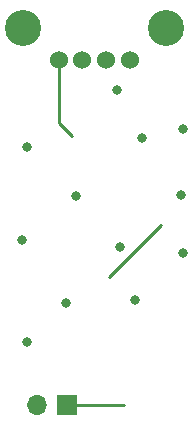
<source format=gbr>
G04 #@! TF.GenerationSoftware,KiCad,Pcbnew,(5.0.0-3-g5ebb6b6)*
G04 #@! TF.CreationDate,2018-10-03T13:59:26-07:00*
G04 #@! TF.ProjectId,Phone Charger,50686F6E6520436861726765722E6B69,rev?*
G04 #@! TF.SameCoordinates,Original*
G04 #@! TF.FileFunction,Copper,L2,Bot,Signal*
G04 #@! TF.FilePolarity,Positive*
%FSLAX46Y46*%
G04 Gerber Fmt 4.6, Leading zero omitted, Abs format (unit mm)*
G04 Created by KiCad (PCBNEW (5.0.0-3-g5ebb6b6)) date Wednesday, October 03, 2018 at 01:59:26 PM*
%MOMM*%
%LPD*%
G01*
G04 APERTURE LIST*
G04 #@! TA.AperFunction,ComponentPad*
%ADD10R,1.700000X1.700000*%
G04 #@! TD*
G04 #@! TA.AperFunction,ComponentPad*
%ADD11O,1.700000X1.700000*%
G04 #@! TD*
G04 #@! TA.AperFunction,ComponentPad*
%ADD12C,1.524000*%
G04 #@! TD*
G04 #@! TA.AperFunction,ComponentPad*
%ADD13C,3.048000*%
G04 #@! TD*
G04 #@! TA.AperFunction,ViaPad*
%ADD14C,0.800000*%
G04 #@! TD*
G04 #@! TA.AperFunction,Conductor*
%ADD15C,0.250000*%
G04 #@! TD*
G04 APERTURE END LIST*
D10*
G04 #@! TO.P,U1,1*
G04 #@! TO.N,Net-(F1-Pad2)*
X145415000Y-109220000D03*
D11*
G04 #@! TO.P,U1,2*
G04 #@! TO.N,GND*
X142875000Y-109220000D03*
G04 #@! TD*
D12*
G04 #@! TO.P,J1,1*
G04 #@! TO.N,+5V*
X150703280Y-80010000D03*
G04 #@! TO.P,J1,2*
G04 #@! TO.N,Net-(J1-Pad2)*
X148691600Y-80010000D03*
G04 #@! TO.P,J1,3*
X146685000Y-80010000D03*
G04 #@! TO.P,J1,4*
G04 #@! TO.N,GND*
X144673320Y-80010000D03*
D13*
G04 #@! TO.P,J1,5*
G04 #@! TO.N,Net-(J1-Pad5)*
X153763980Y-77292200D03*
G04 #@! TO.P,J1,6*
G04 #@! TO.N,N/C*
X141612620Y-77292200D03*
G04 #@! TD*
D14*
G04 #@! TO.N,+12V*
X141986000Y-103886000D03*
X145288000Y-100584000D03*
G04 #@! TO.N,VBUS*
X149606000Y-82550000D03*
G04 #@! TO.N,GND*
X151130000Y-100330000D03*
X141986000Y-87376000D03*
X146177000Y-91567000D03*
X151765000Y-86614000D03*
X149860000Y-95885000D03*
X141605000Y-95250000D03*
G04 #@! TO.N,Net-(C2-Pad2)*
X155194000Y-96393000D03*
X155067000Y-91440000D03*
X155194000Y-85852000D03*
G04 #@! TD*
D15*
G04 #@! TO.N,Net-(C2-Pad1)*
X153335000Y-93980000D02*
X148890000Y-98425000D01*
G04 #@! TO.N,GND*
X144673320Y-80010000D02*
X144673320Y-85364320D01*
X144673320Y-85364320D02*
X145796000Y-86487000D01*
G04 #@! TO.N,Net-(F1-Pad2)*
X145415000Y-109220000D02*
X150241000Y-109220000D01*
G04 #@! TD*
M02*

</source>
